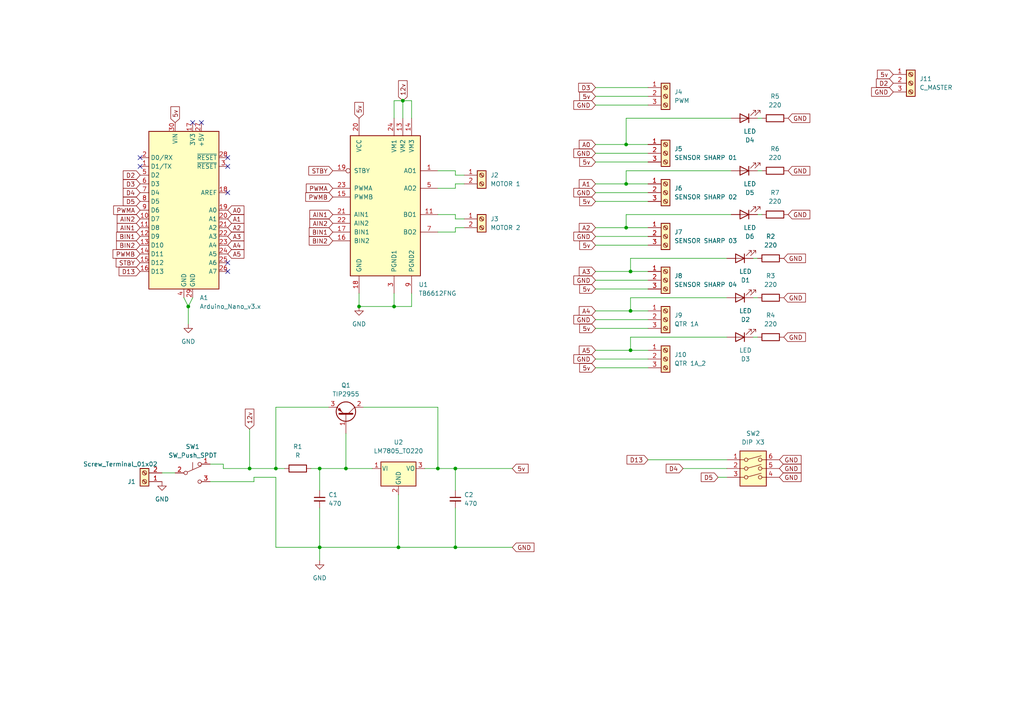
<source format=kicad_sch>
(kicad_sch (version 20211123) (generator eeschema)
  (paper "A4")
  (title_block (title "ROBOT MINI SUMO") (date "2022-08-10") (rev "Ing. Christian Tayupanta"))
  (lib_symbols
    (symbol "Connector:Screw_Terminal_01x02" (pin_names (offset 1.016) hide)
      (property "Reference" "J" (at 0 2.54 0))
      (property "Value" "Screw_Terminal_01x02" (at 0 -5.08 0))
      (symbol "Screw_Terminal_01x02_1_1"
        (rectangle (start -1.27 1.27) (end 1.27 -3.81) (stroke (width 0.254)) (fill (type background)))
        (circle (center 0 -2.54) (radius 0.635) (stroke (width 0.1524)))
        (polyline (pts (xy -0.5334 -2.2098) (xy 0.3302 -3.048)) (stroke (width 0.1524)))
        (polyline (pts (xy -0.5334 0.3302) (xy 0.3302 -0.508)) (stroke (width 0.1524)))
        (polyline (pts (xy -0.3556 -2.032) (xy 0.508 -2.8702)) (stroke (width 0.1524)))
        (polyline (pts (xy -0.3556 0.508) (xy 0.508 -0.3302)) (stroke (width 0.1524)))
        (circle (center 0 0) (radius 0.635) (stroke (width 0.1524)))
        (pin passive line (at -5.08 0 0) (length 3.81) (name "Pin_1") (number "1"))
        (pin passive line (at -5.08 -2.54 0) (length 3.81) (name "Pin_2") (number "2"))
      )
    )
    (symbol "Connector:Screw_Terminal_01x03" (pin_names (offset 1.016) hide)
      (property "Reference" "J" (at 0 5.08 0))
      (property "Value" "Screw_Terminal_01x03" (at 0 -5.08 0))
      (symbol "Screw_Terminal_01x03_1_1"
        (rectangle (start -1.27 3.81) (end 1.27 -3.81) (stroke (width 0.254)) (fill (type background)))
        (circle (center 0 -2.54) (radius 0.635) (stroke (width 0.1524)))
        (polyline (pts (xy -0.5334 -2.2098) (xy 0.3302 -3.048)) (stroke (width 0.1524)))
        (polyline (pts (xy -0.5334 0.3302) (xy 0.3302 -0.508)) (stroke (width 0.1524)))
        (polyline (pts (xy -0.5334 2.8702) (xy 0.3302 2.032)) (stroke (width 0.1524)))
        (polyline (pts (xy -0.3556 -2.032) (xy 0.508 -2.8702)) (stroke (width 0.1524)))
        (polyline (pts (xy -0.3556 0.508) (xy 0.508 -0.3302)) (stroke (width 0.1524)))
        (polyline (pts (xy -0.3556 3.048) (xy 0.508 2.2098)) (stroke (width 0.1524)))
        (circle (center 0 0) (radius 0.635) (stroke (width 0.1524)))
        (circle (center 0 2.54) (radius 0.635) (stroke (width 0.1524)))
        (pin passive line (at -5.08 2.54 0) (length 3.81) (name "Pin_1") (number "1"))
        (pin passive line (at -5.08 0 0) (length 3.81) (name "Pin_2") (number "2"))
        (pin passive line (at -5.08 -2.54 0) (length 3.81) (name "Pin_3") (number "3"))
      )
    )
    (symbol "Device:C_Small" (pin_numbers hide) (pin_names (offset 0.254) hide)
      (property "Reference" "C" (at 0.254 1.778 0))
      (property "Value" "C_Small" (at 0.254 -2.032 0))
      (symbol "C_Small_0_1"
        (polyline (pts (xy -1.524 -0.508) (xy 1.524 -0.508)) (stroke (width 0.3302)))
        (polyline (pts (xy -1.524 0.508) (xy 1.524 0.508)) (stroke (width 0.3048)))
      )
      (symbol "C_Small_1_1"
        (pin passive line (at 0 2.54 270) (length 2.032) (name "~") (number "1"))
        (pin passive line (at 0 -2.54 90) (length 2.032) (name "~") (number "2"))
      )
    )
    (symbol "Device:LED" (pin_numbers hide) (pin_names (offset 1.016) hide)
      (property "Reference" "D" (at 0 2.54 0))
      (property "Value" "LED" (at 0 -2.54 0))
      (symbol "LED_0_1"
        (polyline (pts (xy -1.27 -1.27) (xy -1.27 1.27)) (stroke (width 0.254)))
        (polyline (pts (xy -1.27 0) (xy 1.27 0)))
        (polyline (pts (xy 1.27 -1.27) (xy 1.27 1.27) (xy -1.27 0) (xy 1.27 -1.27)) (stroke (width 0.254)))
        (polyline (pts (xy -3.048 -0.762) (xy -4.572 -2.286) (xy -3.81 -2.286) (xy -4.572 -2.286) (xy -4.572 -1.524)))
        (polyline (pts (xy -1.778 -0.762) (xy -3.302 -2.286) (xy -2.54 -2.286) (xy -3.302 -2.286) (xy -3.302 -1.524)))
      )
      (symbol "LED_1_1"
        (pin passive line (at -3.81 0 0) (length 2.54) (name "K") (number "1"))
        (pin passive line (at 3.81 0 180) (length 2.54) (name "A") (number "2"))
      )
    )
    (symbol "Device:R" (pin_numbers hide) (pin_names (offset 0))
      (property "Reference" "R" (at 2.032 0 90))
      (property "Value" "R" (at 0 0 90))
      (symbol "R_0_1"
        (rectangle (start -1.016 -2.54) (end 1.016 2.54) (stroke (width 0.254)))
      )
      (symbol "R_1_1"
        (pin passive line (at 0 3.81 270) (length 1.27) (name "~") (number "1"))
        (pin passive line (at 0 -3.81 90) (length 1.27) (name "~") (number "2"))
      )
    )
    (symbol "Driver_Motor:TB6612FNG" (pin_names (offset 1.016))
      (property "Reference" "U" (at 11.43 17.78 0))
      (property "Value" "TB6612FNG" (at 11.43 15.24 0))
      (symbol "TB6612FNG_0_1"
        (rectangle (start -10.16 20.32) (end 10.16 -20.32) (stroke (width 0.254)) (fill (type background)))
      )
      (symbol "TB6612FNG_1_1"
        (pin output line (at 15.24 10.16 180) (length 5.08) (name "AO1") (number "1"))
        (pin passive line (at 7.62 -25.4 90) (length 5.08) hide (name "PGND2") (number "10"))
        (pin output line (at 15.24 -2.54 180) (length 5.08) (name "BO1") (number "11"))
        (pin passive line (at 15.24 -2.54 180) (length 5.08) hide (name "BO1") (number "12"))
        (pin power_in line (at 5.08 25.4 270) (length 5.08) (name "VM2") (number "13"))
        (pin power_in line (at 7.62 25.4 270) (length 5.08) (name "VM3") (number "14"))
        (pin input line (at -15.24 2.54 0) (length 5.08) (name "PWMB") (number "15"))
        (pin input line (at -15.24 -10.16 0) (length 5.08) (name "BIN2") (number "16"))
        (pin input line (at -15.24 -7.62 0) (length 5.08) (name "BIN1") (number "17"))
        (pin power_in line (at -7.62 -25.4 90) (length 5.08) (name "GND") (number "18"))
        (pin input inverted (at -15.24 10.16 0) (length 5.08) (name "STBY") (number "19"))
        (pin passive line (at 15.24 10.16 180) (length 5.08) hide (name "AO1") (number "2"))
        (pin power_in line (at -7.62 25.4 270) (length 5.08) (name "VCC") (number "20"))
        (pin input line (at -15.24 -2.54 0) (length 5.08) (name "AIN1") (number "21"))
        (pin input line (at -15.24 -5.08 0) (length 5.08) (name "AIN2") (number "22"))
        (pin input line (at -15.24 5.08 0) (length 5.08) (name "PWMA") (number "23"))
        (pin power_in line (at 2.54 25.4 270) (length 5.08) (name "VM1") (number "24"))
        (pin power_in line (at 2.54 -25.4 90) (length 5.08) (name "PGND1") (number "3"))
        (pin passive line (at 2.54 -25.4 90) (length 5.08) hide (name "PGND1") (number "4"))
        (pin output line (at 15.24 5.08 180) (length 5.08) (name "AO2") (number "5"))
        (pin passive line (at 15.24 5.08 180) (length 5.08) hide (name "AO2") (number "6"))
        (pin output line (at 15.24 -7.62 180) (length 5.08) (name "BO2") (number "7"))
        (pin passive line (at 15.24 -7.62 180) (length 5.08) hide (name "BO2") (number "8"))
        (pin power_in line (at 7.62 -25.4 90) (length 5.08) (name "PGND2") (number "9"))
      )
    )
    (symbol "MCU_Module:Arduino_Nano_v3.x"
      (property "Reference" "A" (at -10.16 23.495 0))
      (property "Value" "Arduino_Nano_v3.x" (at 5.08 -24.13 0))
      (symbol "Arduino_Nano_v3.x_0_1"
        (rectangle (start -10.16 22.86) (end 10.16 -22.86) (stroke (width 0.254)) (fill (type background)))
      )
      (symbol "Arduino_Nano_v3.x_1_1"
        (pin bidirectional line (at -12.7 12.7 0) (length 2.54) (name "D1/TX") (number "1"))
        (pin bidirectional line (at -12.7 -2.54 0) (length 2.54) (name "D7") (number "10"))
        (pin bidirectional line (at -12.7 -5.08 0) (length 2.54) (name "D8") (number "11"))
        (pin bidirectional line (at -12.7 -7.62 0) (length 2.54) (name "D9") (number "12"))
        (pin bidirectional line (at -12.7 -10.16 0) (length 2.54) (name "D10") (number "13"))
        (pin bidirectional line (at -12.7 -12.7 0) (length 2.54) (name "D11") (number "14"))
        (pin bidirectional line (at -12.7 -15.24 0) (length 2.54) (name "D12") (number "15"))
        (pin bidirectional line (at -12.7 -17.78 0) (length 2.54) (name "D13") (number "16"))
        (pin power_out line (at 2.54 25.4 270) (length 2.54) (name "3V3") (number "17"))
        (pin input line (at 12.7 5.08 180) (length 2.54) (name "AREF") (number "18"))
        (pin bidirectional line (at 12.7 0 180) (length 2.54) (name "A0") (number "19"))
        (pin bidirectional line (at -12.7 15.24 0) (length 2.54) (name "D0/RX") (number "2"))
        (pin bidirectional line (at 12.7 -2.54 180) (length 2.54) (name "A1") (number "20"))
        (pin bidirectional line (at 12.7 -5.08 180) (length 2.54) (name "A2") (number "21"))
        (pin bidirectional line (at 12.7 -7.62 180) (length 2.54) (name "A3") (number "22"))
        (pin bidirectional line (at 12.7 -10.16 180) (length 2.54) (name "A4") (number "23"))
        (pin bidirectional line (at 12.7 -12.7 180) (length 2.54) (name "A5") (number "24"))
        (pin bidirectional line (at 12.7 -15.24 180) (length 2.54) (name "A6") (number "25"))
        (pin bidirectional line (at 12.7 -17.78 180) (length 2.54) (name "A7") (number "26"))
        (pin power_out line (at 5.08 25.4 270) (length 2.54) (name "+5V") (number "27"))
        (pin input line (at 12.7 15.24 180) (length 2.54) (name "~{RESET}") (number "28"))
        (pin power_in line (at 2.54 -25.4 90) (length 2.54) (name "GND") (number "29"))
        (pin input line (at 12.7 12.7 180) (length 2.54) (name "~{RESET}") (number "3"))
        (pin power_in line (at -2.54 25.4 270) (length 2.54) (name "VIN") (number "30"))
        (pin power_in line (at 0 -25.4 90) (length 2.54) (name "GND") (number "4"))
        (pin bidirectional line (at -12.7 10.16 0) (length 2.54) (name "D2") (number "5"))
        (pin bidirectional line (at -12.7 7.62 0) (length 2.54) (name "D3") (number "6"))
        (pin bidirectional line (at -12.7 5.08 0) (length 2.54) (name "D4") (number "7"))
        (pin bidirectional line (at -12.7 2.54 0) (length 2.54) (name "D5") (number "8"))
        (pin bidirectional line (at -12.7 0 0) (length 2.54) (name "D6") (number "9"))
      )
    )
    (symbol "Regulator_Linear:LM7805_TO220" (pin_names (offset 0.254))
      (property "Reference" "U" (at -3.81 3.175 0))
      (property "Value" "LM7805_TO220" (at 0 3.175 0))
      (symbol "LM7805_TO220_0_1"
        (rectangle (start -5.08 1.905) (end 5.08 -5.08) (stroke (width 0.254)) (fill (type background)))
      )
      (symbol "LM7805_TO220_1_1"
        (pin power_in line (at -7.62 0 0) (length 2.54) (name "VI") (number "1"))
        (pin power_in line (at 0 -7.62 90) (length 2.54) (name "GND") (number "2"))
        (pin power_out line (at 7.62 0 180) (length 2.54) (name "VO") (number "3"))
      )
    )
    (symbol "Switch:SW_DIP_x03" (pin_names (offset 0) hide)
      (property "Reference" "SW" (at 0 8.89 0))
      (property "Value" "SW_DIP_x03" (at 0 -3.81 0))
      (symbol "SW_DIP_x03_0_0"
        (circle (center -2.032 0) (radius 0.508))
        (circle (center -2.032 2.54) (radius 0.508))
        (circle (center -2.032 5.08) (radius 0.508))
        (polyline (pts (xy -1.524 0.127) (xy 2.3622 1.1684)))
        (polyline (pts (xy -1.524 2.667) (xy 2.3622 3.7084)))
        (polyline (pts (xy -1.524 5.207) (xy 2.3622 6.2484)))
        (circle (center 2.032 0) (radius 0.508))
        (circle (center 2.032 2.54) (radius 0.508))
        (circle (center 2.032 5.08) (radius 0.508))
      )
      (symbol "SW_DIP_x03_0_1"
        (rectangle (start -3.81 7.62) (end 3.81 -2.54) (stroke (width 0.254)) (fill (type background)))
      )
      (symbol "SW_DIP_x03_1_1"
        (pin passive line (at -7.62 5.08 0) (length 5.08) (name "~") (number "1"))
        (pin passive line (at -7.62 2.54 0) (length 5.08) (name "~") (number "2"))
        (pin passive line (at -7.62 0 0) (length 5.08) (name "~") (number "3"))
        (pin passive line (at 7.62 0 180) (length 5.08) (name "~") (number "4"))
        (pin passive line (at 7.62 2.54 180) (length 5.08) (name "~") (number "5"))
        (pin passive line (at 7.62 5.08 180) (length 5.08) (name "~") (number "6"))
      )
    )
    (symbol "Switch:SW_Push_SPDT" (pin_names (offset 0) hide)
      (property "Reference" "SW" (at 0 4.318 0))
      (property "Value" "SW_Push_SPDT" (at 0 -5.08 0))
      (symbol "SW_Push_SPDT_0_0"
        (circle (center -2.032 0) (radius 0.508))
        (polyline (pts (xy 0 1.016) (xy 0 3.048)))
        (circle (center 2.032 -2.54) (radius 0.508))
      )
      (symbol "SW_Push_SPDT_0_1"
        (polyline (pts (xy -1.524 0.254) (xy 2.54 2.032)))
        (circle (center 2.032 2.54) (radius 0.508))
      )
      (symbol "SW_Push_SPDT_1_1"
        (pin passive line (at 5.08 2.54 180) (length 2.54) (name "A") (number "1"))
        (pin passive line (at -5.08 0 0) (length 2.54) (name "B") (number "2"))
        (pin passive line (at 5.08 -2.54 180) (length 2.54) (name "C") (number "3"))
      )
    )
    (symbol "Transistor_BJT:TIP2955" (pin_names (offset 0) hide)
      (property "Reference" "Q" (at 5.08 1.905 0))
      (property "Value" "TIP2955" (at 5.08 0 0))
      (symbol "TIP2955_0_1"
        (polyline (pts (xy 0.635 0.635) (xy 2.54 2.54)))
        (polyline (pts (xy 0.635 -0.635) (xy 2.54 -2.54) (xy 2.54 -2.54)))
        (polyline (pts (xy 0.635 1.905) (xy 0.635 -1.905) (xy 0.635 -1.905)) (stroke (width 0.508)))
        (polyline (pts (xy 2.286 -1.778) (xy 1.778 -2.286) (xy 1.27 -1.27) (xy 2.286 -1.778) (xy 2.286 -1.778)) (fill (type outline)))
        (circle (center 1.27 0) (radius 2.8194) (stroke (width 0.254)))
      )
      (symbol "TIP2955_1_1"
        (pin input line (at -5.08 0 0) (length 5.715) (name "B") (number "1"))
        (pin passive line (at 2.54 5.08 270) (length 2.54) (name "C") (number "2"))
        (pin passive line (at 2.54 -5.08 90) (length 2.54) (name "E") (number "3"))
      )
    )
    (symbol "power:GND" (power) (pin_names (offset 0))
      (property "Value" "GND" (at 0 -3.81 0))
      (symbol "GND_0_1"
        (polyline (pts (xy 0 0) (xy 0 -1.27) (xy 1.27 -1.27) (xy 0 -2.54) (xy -1.27 -1.27) (xy 0 -1.27)))
      )
      (symbol "GND_1_1"
        (pin power_in line (at 0 0 270) (length 0) hide (name "GND") (number "1"))
      )
    )
  )
  (junction (at 182.88 90.17))
  (junction (at 181.61 66.04))
  (junction (at 92.71 158.75))
  (junction (at 116.84 29.21))
  (junction (at 115.57 158.75))
  (junction (at 181.61 53.34))
  (junction (at 182.88 101.6))
  (junction (at 114.3 88.9))
  (junction (at 92.71 135.89))
  (junction (at 54.61 88.9))
  (junction (at 127 135.89))
  (junction (at 132.08 135.89))
  (junction (at 104.14 88.9))
  (junction (at 132.08 158.75))
  (junction (at 181.61 41.91))
  (junction (at 72.39 135.89))
  (junction (at 80.01 135.89))
  (junction (at 100.33 135.89))
  (junction (at 182.88 78.74))
  (no_connect (at 66.04 78.74))
  (no_connect (at 66.04 76.2))
  (no_connect (at 40.64 48.26))
  (no_connect (at 40.64 45.72))
  (no_connect (at 66.04 55.88))
  (no_connect (at 66.04 48.26))
  (no_connect (at 66.04 45.72))
  (no_connect (at 58.42 35.56))
  (no_connect (at 55.88 35.56))
  (wire (pts (xy 119.38 34.29) (xy 119.38 29.21)))
  (wire (pts (xy 134.62 63.5) (xy 132.08 63.5)))
  (wire (pts (xy 172.72 44.45) (xy 187.96 44.45)))
  (wire (pts (xy 127 135.89) (xy 123.19 135.89)))
  (wire (pts (xy 181.61 41.91) (xy 187.96 41.91)))
  (wire (pts (xy 132.08 62.23) (xy 127 62.23)))
  (wire (pts (xy 72.39 135.89) (xy 80.01 135.89)))
  (wire (pts (xy 181.61 53.34) (xy 187.96 53.34)))
  (wire (pts (xy 114.3 85.09) (xy 114.3 88.9)))
  (wire (pts (xy 73.66 138.43) (xy 80.01 138.43)))
  (wire (pts (xy 208.28 138.43) (xy 210.82 138.43)))
  (wire (pts (xy 172.72 41.91) (xy 181.61 41.91)))
  (wire (pts (xy 134.62 50.8) (xy 132.08 50.8)))
  (wire (pts (xy 182.88 74.93) (xy 182.88 78.74)))
  (wire (pts (xy 132.08 135.89) (xy 127 135.89)))
  (wire (pts (xy 92.71 158.75) (xy 92.71 162.56)))
  (wire (pts (xy 181.61 62.23) (xy 212.09 62.23)))
  (wire (pts (xy 181.61 62.23) (xy 181.61 66.04)))
  (wire (pts (xy 100.33 135.89) (xy 107.95 135.89)))
  (wire (pts (xy 172.72 30.48) (xy 187.96 30.48)))
  (wire (pts (xy 172.72 58.42) (xy 187.96 58.42)))
  (wire (pts (xy 132.08 147.32) (xy 132.08 158.75)))
  (wire (pts (xy 53.34 86.36) (xy 54.61 88.9)))
  (wire (pts (xy 220.98 49.53) (xy 219.71 49.53)))
  (wire (pts (xy 172.72 81.28) (xy 187.96 81.28)))
  (wire (pts (xy 181.61 34.29) (xy 181.61 41.91)))
  (wire (pts (xy 172.72 90.17) (xy 182.88 90.17)))
  (wire (pts (xy 60.96 139.7) (xy 73.66 139.7)))
  (wire (pts (xy 181.61 49.53) (xy 181.61 53.34)))
  (wire (pts (xy 132.08 54.61) (xy 127 54.61)))
  (wire (pts (xy 54.61 88.9) (xy 54.61 93.98)))
  (wire (pts (xy 172.72 25.4) (xy 187.96 25.4)))
  (wire (pts (xy 172.72 78.74) (xy 182.88 78.74)))
  (wire (pts (xy 132.08 142.24) (xy 132.08 135.89)))
  (wire (pts (xy 198.12 135.89) (xy 210.82 135.89)))
  (wire (pts (xy 172.72 106.68) (xy 187.96 106.68)))
  (wire (pts (xy 115.57 143.51) (xy 115.57 158.75)))
  (wire (pts (xy 220.98 34.29) (xy 219.71 34.29)))
  (wire (pts (xy 172.72 53.34) (xy 181.61 53.34)))
  (wire (pts (xy 172.72 55.88) (xy 187.96 55.88)))
  (wire (pts (xy 212.09 49.53) (xy 181.61 49.53)))
  (wire (pts (xy 172.72 46.99) (xy 187.96 46.99)))
  (wire (pts (xy 104.14 88.9) (xy 104.14 85.09)))
  (wire (pts (xy 72.39 124.46) (xy 72.39 135.89)))
  (wire (pts (xy 181.61 66.04) (xy 187.96 66.04)))
  (wire (pts (xy 182.88 97.79) (xy 182.88 101.6)))
  (wire (pts (xy 119.38 85.09) (xy 119.38 88.9)))
  (wire (pts (xy 119.38 88.9) (xy 114.3 88.9)))
  (wire (pts (xy 132.08 158.75) (xy 148.59 158.75)))
  (wire (pts (xy 182.88 78.74) (xy 187.96 78.74)))
  (wire (pts (xy 80.01 135.89) (xy 82.55 135.89)))
  (wire (pts (xy 172.72 101.6) (xy 182.88 101.6)))
  (wire (pts (xy 187.96 133.35) (xy 210.82 133.35)))
  (wire (pts (xy 54.61 88.9) (xy 55.88 86.36)))
  (wire (pts (xy 182.88 86.36) (xy 182.88 90.17)))
  (wire (pts (xy 172.72 71.12) (xy 187.96 71.12)))
  (wire (pts (xy 105.41 118.11) (xy 127 118.11)))
  (wire (pts (xy 80.01 118.11) (xy 80.01 135.89)))
  (wire (pts (xy 172.72 83.82) (xy 187.96 83.82)))
  (wire (pts (xy 90.17 135.89) (xy 92.71 135.89)))
  (wire (pts (xy 182.88 97.79) (xy 210.82 97.79)))
  (wire (pts (xy 64.77 135.89) (xy 72.39 135.89)))
  (wire (pts (xy 219.71 86.36) (xy 218.44 86.36)))
  (wire (pts (xy 220.98 62.23) (xy 219.71 62.23)))
  (wire (pts (xy 60.96 134.62) (xy 64.77 134.62)))
  (wire (pts (xy 92.71 135.89) (xy 100.33 135.89)))
  (wire (pts (xy 80.01 138.43) (xy 80.01 158.75)))
  (wire (pts (xy 46.99 137.16) (xy 50.8 137.16)))
  (wire (pts (xy 100.33 125.73) (xy 100.33 135.89)))
  (wire (pts (xy 132.08 66.04) (xy 132.08 67.31)))
  (wire (pts (xy 132.08 50.8) (xy 132.08 49.53)))
  (wire (pts (xy 172.72 95.25) (xy 187.96 95.25)))
  (wire (pts (xy 134.62 53.34) (xy 132.08 53.34)))
  (wire (pts (xy 114.3 29.21) (xy 114.3 34.29)))
  (wire (pts (xy 182.88 90.17) (xy 187.96 90.17)))
  (wire (pts (xy 172.72 66.04) (xy 181.61 66.04)))
  (wire (pts (xy 132.08 53.34) (xy 132.08 54.61)))
  (wire (pts (xy 132.08 67.31) (xy 127 67.31)))
  (wire (pts (xy 92.71 158.75) (xy 115.57 158.75)))
  (wire (pts (xy 127 118.11) (xy 127 135.89)))
  (wire (pts (xy 116.84 29.21) (xy 116.84 34.29)))
  (wire (pts (xy 132.08 135.89) (xy 148.59 135.89)))
  (wire (pts (xy 181.61 34.29) (xy 212.09 34.29)))
  (wire (pts (xy 64.77 134.62) (xy 64.77 135.89)))
  (wire (pts (xy 114.3 88.9) (xy 104.14 88.9)))
  (wire (pts (xy 92.71 158.75) (xy 92.71 147.32)))
  (wire (pts (xy 134.62 66.04) (xy 132.08 66.04)))
  (wire (pts (xy 132.08 158.75) (xy 115.57 158.75)))
  (wire (pts (xy 219.71 97.79) (xy 218.44 97.79)))
  (wire (pts (xy 172.72 27.94) (xy 187.96 27.94)))
  (wire (pts (xy 116.84 29.21) (xy 119.38 29.21)))
  (wire (pts (xy 132.08 63.5) (xy 132.08 62.23)))
  (wire (pts (xy 172.72 68.58) (xy 187.96 68.58)))
  (wire (pts (xy 172.72 104.14) (xy 187.96 104.14)))
  (wire (pts (xy 95.25 118.11) (xy 80.01 118.11)))
  (wire (pts (xy 132.08 49.53) (xy 127 49.53)))
  (wire (pts (xy 92.71 142.24) (xy 92.71 135.89)))
  (wire (pts (xy 182.88 101.6) (xy 187.96 101.6)))
  (wire (pts (xy 219.71 74.93) (xy 218.44 74.93)))
  (wire (pts (xy 73.66 139.7) (xy 73.66 138.43)))
  (wire (pts (xy 172.72 92.71) (xy 187.96 92.71)))
  (wire (pts (xy 182.88 74.93) (xy 210.82 74.93)))
  (wire (pts (xy 182.88 86.36) (xy 210.82 86.36)))
  (wire (pts (xy 114.3 29.21) (xy 116.84 29.21)))
  (wire (pts (xy 80.01 158.75) (xy 92.71 158.75)))
  (global_label "D3" (shape input) (at 40.64 53.34 180) (property "Intersheet References" "${INTERSHEET_REFS}" (effects hide)))
  (global_label "5v" (shape input) (at 172.72 95.25 180) (property "Intersheet References" "${INTERSHEET_REFS}" (effects hide)))
  (global_label "A4" (shape input) (at 172.72 90.17 180) (property "Intersheet References" "${INTERSHEET_REFS}" (effects hide)))
  (global_label "GND" (shape input) (at 227.33 86.36 0) (property "Intersheet References" "${INTERSHEET_REFS}" (effects hide)))
  (global_label "12v" (shape input) (at 72.39 124.46 90) (property "Intersheet References" "${INTERSHEET_REFS}" (effects hide)))
  (global_label "STBY" (shape input) (at 40.64 76.2 180) (property "Intersheet References" "${INTERSHEET_REFS}" (effects hide)))
  (global_label "GND" (shape input) (at 228.6 62.23 0) (property "Intersheet References" "${INTERSHEET_REFS}" (effects hide)))
  (global_label "GND" (shape input) (at 172.72 68.58 180) (property "Intersheet References" "${INTERSHEET_REFS}" (effects hide)))
  (global_label "GND" (shape input) (at 172.72 81.28 180) (property "Intersheet References" "${INTERSHEET_REFS}" (effects hide)))
  (global_label "A3" (shape input) (at 66.04 68.58 0) (property "Intersheet References" "${INTERSHEET_REFS}" (effects hide)))
  (global_label "A2" (shape input) (at 66.04 66.04 0) (property "Intersheet References" "${INTERSHEET_REFS}" (effects hide)))
  (global_label "GND" (shape input) (at 172.72 92.71 180) (property "Intersheet References" "${INTERSHEET_REFS}" (effects hide)))
  (global_label "D13" (shape input) (at 187.96 133.35 180) (property "Intersheet References" "${INTERSHEET_REFS}" (effects hide)))
  (global_label "GND" (shape input) (at 227.33 74.93 0) (property "Intersheet References" "${INTERSHEET_REFS}" (effects hide)))
  (global_label "5v" (shape input) (at 172.72 106.68 180) (property "Intersheet References" "${INTERSHEET_REFS}" (effects hide)))
  (global_label "D2" (shape input) (at 259.08 24.13 180) (property "Intersheet References" "${INTERSHEET_REFS}" (effects hide)))
  (global_label "BIN1" (shape input) (at 40.64 68.58 180) (property "Intersheet References" "${INTERSHEET_REFS}" (effects hide)))
  (global_label "BIN2" (shape input) (at 40.64 71.12 180) (property "Intersheet References" "${INTERSHEET_REFS}" (effects hide)))
  (global_label "D5" (shape input) (at 40.64 58.42 180) (property "Intersheet References" "${INTERSHEET_REFS}" (effects hide)))
  (global_label "STBY" (shape input) (at 96.52 49.53 180) (property "Intersheet References" "${INTERSHEET_REFS}" (effects hide)))
  (global_label "D3" (shape input) (at 172.72 25.4 180) (property "Intersheet References" "${INTERSHEET_REFS}" (effects hide)))
  (global_label "GND" (shape input) (at 172.72 104.14 180) (property "Intersheet References" "${INTERSHEET_REFS}" (effects hide)))
  (global_label "GND" (shape input) (at 227.33 97.79 0) (property "Intersheet References" "${INTERSHEET_REFS}" (effects hide)))
  (global_label "GND" (shape input) (at 148.59 158.75 0) (property "Intersheet References" "${INTERSHEET_REFS}" (effects hide)))
  (global_label "D5" (shape input) (at 208.28 138.43 180) (property "Intersheet References" "${INTERSHEET_REFS}" (effects hide)))
  (global_label "A0" (shape input) (at 66.04 60.96 0) (property "Intersheet References" "${INTERSHEET_REFS}" (effects hide)))
  (global_label "5v" (shape input) (at 104.14 34.29 90) (property "Intersheet References" "${INTERSHEET_REFS}" (effects hide)))
  (global_label "PWMB" (shape input) (at 40.64 73.66 180) (property "Intersheet References" "${INTERSHEET_REFS}" (effects hide)))
  (global_label "GND" (shape input) (at 172.72 55.88 180) (property "Intersheet References" "${INTERSHEET_REFS}" (effects hide)))
  (global_label "5v" (shape input) (at 259.08 21.59 180) (property "Intersheet References" "${INTERSHEET_REFS}" (effects hide)))
  (global_label "D13" (shape input) (at 40.64 78.74 180) (property "Intersheet References" "${INTERSHEET_REFS}" (effects hide)))
  (global_label "A0" (shape input) (at 172.72 41.91 180) (property "Intersheet References" "${INTERSHEET_REFS}" (effects hide)))
  (global_label "A2" (shape input) (at 172.72 66.04 180) (property "Intersheet References" "${INTERSHEET_REFS}" (effects hide)))
  (global_label "AIN1" (shape input) (at 96.52 62.23 180) (property "Intersheet References" "${INTERSHEET_REFS}" (effects hide)))
  (global_label "GND" (shape input) (at 172.72 44.45 180) (property "Intersheet References" "${INTERSHEET_REFS}" (effects hide)))
  (global_label "AIN1" (shape input) (at 40.64 66.04 180) (property "Intersheet References" "${INTERSHEET_REFS}" (effects hide)))
  (global_label "5v" (shape input) (at 50.8 35.56 90) (property "Intersheet References" "${INTERSHEET_REFS}" (effects hide)))
  (global_label "A3" (shape input) (at 172.72 78.74 180) (property "Intersheet References" "${INTERSHEET_REFS}" (effects hide)))
  (global_label "BIN1" (shape input) (at 96.52 67.31 180) (property "Intersheet References" "${INTERSHEET_REFS}" (effects hide)))
  (global_label "PWMB" (shape input) (at 96.52 57.15 180) (property "Intersheet References" "${INTERSHEET_REFS}" (effects hide)))
  (global_label "D4" (shape input) (at 198.12 135.89 180) (property "Intersheet References" "${INTERSHEET_REFS}" (effects hide)))
  (global_label "D2" (shape input) (at 40.64 50.8 180) (property "Intersheet References" "${INTERSHEET_REFS}" (effects hide)))
  (global_label "GND" (shape input) (at 226.06 133.35 0) (property "Intersheet References" "${INTERSHEET_REFS}" (effects hide)))
  (global_label "5v" (shape input) (at 172.72 71.12 180) (property "Intersheet References" "${INTERSHEET_REFS}" (effects hide)))
  (global_label "PWMA" (shape input) (at 96.52 54.61 180) (property "Intersheet References" "${INTERSHEET_REFS}" (effects hide)))
  (global_label "PWMA" (shape input) (at 40.64 60.96 180) (property "Intersheet References" "${INTERSHEET_REFS}" (effects hide)))
  (global_label "5v" (shape input) (at 172.72 83.82 180) (property "Intersheet References" "${INTERSHEET_REFS}" (effects hide)))
  (global_label "AIN2" (shape input) (at 96.52 64.77 180) (property "Intersheet References" "${INTERSHEET_REFS}" (effects hide)))
  (global_label "A5" (shape input) (at 66.04 73.66 0) (property "Intersheet References" "${INTERSHEET_REFS}" (effects hide)))
  (global_label "5v" (shape input) (at 148.59 135.89 0) (property "Intersheet References" "${INTERSHEET_REFS}" (effects hide)))
  (global_label "GND" (shape input) (at 228.6 34.29 0) (property "Intersheet References" "${INTERSHEET_REFS}" (effects hide)))
  (global_label "A4" (shape input) (at 66.04 71.12 0) (property "Intersheet References" "${INTERSHEET_REFS}" (effects hide)))
  (global_label "5v" (shape input) (at 172.72 27.94 180) (property "Intersheet References" "${INTERSHEET_REFS}" (effects hide)))
  (global_label "5v" (shape input) (at 172.72 58.42 180) (property "Intersheet References" "${INTERSHEET_REFS}" (effects hide)))
  (global_label "GND" (shape input) (at 228.6 49.53 0) (property "Intersheet References" "${INTERSHEET_REFS}" (effects hide)))
  (global_label "A1" (shape input) (at 172.72 53.34 180) (property "Intersheet References" "${INTERSHEET_REFS}" (effects hide)))
  (global_label "A5" (shape input) (at 172.72 101.6 180) (property "Intersheet References" "${INTERSHEET_REFS}" (effects hide)))
  (global_label "GND" (shape input) (at 226.06 138.43 0) (property "Intersheet References" "${INTERSHEET_REFS}" (effects hide)))
  (global_label "12v" (shape input) (at 116.84 29.21 90) (property "Intersheet References" "${INTERSHEET_REFS}" (effects hide)))
  (global_label "GND" (shape input) (at 172.72 30.48 180) (property "Intersheet References" "${INTERSHEET_REFS}" (effects hide)))
  (global_label "D4" (shape input) (at 40.64 55.88 180) (property "Intersheet References" "${INTERSHEET_REFS}" (effects hide)))
  (global_label "5v" (shape input) (at 172.72 46.99 180) (property "Intersheet References" "${INTERSHEET_REFS}" (effects hide)))
  (global_label "GND" (shape input) (at 226.06 135.89 0) (property "Intersheet References" "${INTERSHEET_REFS}" (effects hide)))
  (global_label "BIN2" (shape input) (at 96.52 69.85 180) (property "Intersheet References" "${INTERSHEET_REFS}" (effects hide)))
  (global_label "A1" (shape input) (at 66.04 63.5 0) (property "Intersheet References" "${INTERSHEET_REFS}" (effects hide)))
  (global_label "GND" (shape input) (at 259.08 26.67 180) (property "Intersheet References" "${INTERSHEET_REFS}" (effects hide)))
  (global_label "AIN2" (shape input) (at 40.64 63.5 180) (property "Intersheet References" "${INTERSHEET_REFS}" (effects hide)))
  (symbol (lib_id "Device:LED") (at 214.63 74.93 180) (unit 1)
    (property "Reference" "D1" (at 216.2175 81.28 0))
    (property "Value" "LED" (at 216.2175 78.74 0))
    (property "Footprint" "LED_SMD:LED_0603_1608Metric" (effects hide))
  )
  (symbol (lib_id "Connector:Screw_Terminal_01x03") (at 193.04 92.71 0) (unit 1)
    (property "Reference" "J9" (at 195.58 91.4399 0) (effects (justify left)))
    (property "Value" "QTR 1A" (at 195.58 93.9799 0) (effects (justify left)))
    (property "Footprint" "Connector_PinSocket_2.54mm:PinSocket_1x03_P2.54mm_Vertical" (effects hide))
  )
  (symbol (lib_id "Device:LED") (at 214.63 97.79 180) (unit 1)
    (property "Reference" "D3" (at 216.2175 104.14 0))
    (property "Value" "LED" (at 216.2175 101.6 0))
    (property "Footprint" "LED_SMD:LED_0603_1608Metric" (effects hide))
  )
  (symbol (lib_id "Connector:Screw_Terminal_01x02") (at 139.7 50.8 0) (unit 1)
    (property "Reference" "J2" (at 142.24 50.7999 0) (effects (justify left)))
    (property "Value" "MOTOR 1" (at 142.24 53.3399 0) (effects (justify left)))
    (property "Footprint" "TerminalBlock:TerminalBlock_bornier-2_P5.08mm" (effects hide))
  )
  (symbol (lib_id "Connector:Screw_Terminal_01x03") (at 193.04 55.88 0) (unit 1)
    (property "Reference" "J6" (at 195.58 54.6099 0) (effects (justify left)))
    (property "Value" "SENSOR SHARP 02" (at 195.58 57.1499 0) (effects (justify left)))
    (property "Footprint" "Connector_PinSocket_2.54mm:PinSocket_1x03_P2.54mm_Vertical" (effects hide))
  )
  (symbol (lib_id "Connector:Screw_Terminal_01x03") (at 193.04 104.14 0) (unit 1)
    (property "Reference" "J10" (at 195.58 102.8699 0) (effects (justify left)))
    (property "Value" "QTR 1A_2" (at 195.58 105.4099 0) (effects (justify left)))
    (property "Footprint" "Connector_PinSocket_2.54mm:PinSocket_1x03_P2.54mm_Vertical" (effects hide))
  )
  (symbol (lib_id "Connector:Screw_Terminal_01x03") (at 193.04 68.58 0) (unit 1)
    (property "Reference" "J7" (at 195.58 67.3099 0) (effects (justify left)))
    (property "Value" "SENSOR SHARP 03" (at 195.58 69.8499 0) (effects (justify left)))
    (property "Footprint" "Connector_PinSocket_2.54mm:PinSocket_1x03_P2.54mm_Vertical" (effects hide))
  )
  (symbol (lib_id "Switch:SW_DIP_x03") (at 218.44 138.43 0) (unit 1)
    (property "Reference" "SW2" (at 218.44 125.73 0))
    (property "Value" "DIP X3" (at 218.44 128.27 0))
    (property "Footprint" "Button_Switch_THT:SW_DIP_SPSTx03_Slide_9.78x9.8mm_W7.62mm_P2.54mm" (effects hide))
  )
  (symbol (lib_id "Connector:Screw_Terminal_01x02") (at 139.7 63.5 0) (unit 1)
    (property "Reference" "J3" (at 142.24 63.4999 0) (effects (justify left)))
    (property "Value" "MOTOR 2" (at 142.24 66.0399 0) (effects (justify left)))
    (property "Footprint" "TerminalBlock:TerminalBlock_bornier-2_P5.08mm" (effects hide))
  )
  (symbol (lib_id "Device:LED") (at 215.9 62.23 180) (unit 1)
    (property "Reference" "D6" (at 217.4875 68.58 0))
    (property "Value" "LED" (at 217.4875 66.04 0))
    (property "Footprint" "LED_SMD:LED_0603_1608Metric" (effects hide))
  )
  (symbol (lib_id "Device:R") (at 223.52 74.93 270) (unit 1)
    (property "Reference" "R2" (at 223.52 68.58 90))
    (property "Value" "220" (at 223.52 71.12 90))
    (property "Footprint" "Resistor_SMD:R_0603_1608Metric" (effects hide))
  )
  (symbol (lib_id "Device:R") (at 86.36 135.89 90) (unit 1)
    (property "Reference" "R1" (at 86.36 129.54 90))
    (property "Value" "R" (at 86.36 132.08 90))
    (property "Footprint" "Resistor_THT:R_Axial_DIN0207_L6.3mm_D2.5mm_P10.16mm_Horizontal" (effects hide))
  )
  (symbol (lib_id "power:GND") (at 46.99 139.7 0) (unit 1)
    (property "Reference" "#PWR01" (effects hide))
    (property "Value" "GND" (at 46.99 144.78 0))
  )
  (symbol (lib_id "Device:R") (at 224.79 34.29 270) (unit 1)
    (property "Reference" "R5" (at 224.79 27.94 90))
    (property "Value" "220" (at 224.79 30.48 90))
    (property "Footprint" "Resistor_SMD:R_0603_1608Metric" (effects hide))
  )
  (symbol (lib_id "Switch:SW_Push_SPDT") (at 55.88 137.16 0) (unit 1)
    (property "Reference" "SW1" (at 55.88 129.54 0))
    (property "Value" "SW_Push_SPDT" (at 55.88 132.08 0))
    (property "Footprint" "Button_Switch_THT:SW_CuK_OS102011MA1QN1_SPDT_Angled" (effects hide))
  )
  (symbol (lib_id "power:GND") (at 54.61 93.98 0) (unit 1)
    (property "Reference" "#PWR02" (effects hide))
    (property "Value" "GND" (at 54.61 99.06 0))
  )
  (symbol (lib_id "Connector:Screw_Terminal_01x03") (at 193.04 81.28 0) (unit 1)
    (property "Reference" "J8" (at 195.58 80.0099 0) (effects (justify left)))
    (property "Value" "SENSOR SHARP 04" (at 195.58 82.5499 0) (effects (justify left)))
    (property "Footprint" "Connector_PinSocket_2.54mm:PinSocket_1x03_P2.54mm_Vertical" (effects hide))
  )
  (symbol (lib_id "Device:R") (at 224.79 49.53 270) (unit 1)
    (property "Reference" "R6" (at 224.79 43.18 90))
    (property "Value" "220" (at 224.79 45.72 90))
    (property "Footprint" "Resistor_SMD:R_0603_1608Metric" (effects hide))
  )
  (symbol (lib_id "Device:R") (at 223.52 97.79 270) (unit 1)
    (property "Reference" "R4" (at 223.52 91.44 90))
    (property "Value" "220" (at 223.52 93.98 90))
    (property "Footprint" "Resistor_SMD:R_0603_1608Metric" (effects hide))
  )
  (symbol (lib_id "Device:LED") (at 215.9 34.29 180) (unit 1)
    (property "Reference" "D4" (at 217.4875 40.64 0))
    (property "Value" "LED" (at 217.4875 38.1 0))
    (property "Footprint" "LED_SMD:LED_0603_1608Metric" (effects hide))
  )
  (symbol (lib_id "power:GND") (at 104.14 88.9 0) (unit 1)
    (property "Reference" "#PWR04" (effects hide))
    (property "Value" "GND" (at 104.14 93.98 0))
  )
  (symbol (lib_id "Connector:Screw_Terminal_01x03") (at 193.04 27.94 0) (unit 1)
    (property "Reference" "J4" (at 195.58 26.6699 0) (effects (justify left)))
    (property "Value" "PWM" (at 195.58 29.2099 0) (effects (justify left)))
    (property "Footprint" "Connector_PinSocket_2.54mm:PinSocket_1x03_P2.54mm_Vertical" (effects hide))
  )
  (symbol (lib_id "Device:R") (at 224.79 62.23 270) (unit 1)
    (property "Reference" "R7" (at 224.79 55.88 90))
    (property "Value" "220" (at 224.79 58.42 90))
    (property "Footprint" "Resistor_SMD:R_0603_1608Metric" (effects hide))
  )
  (symbol (lib_id "Connector:Screw_Terminal_01x02") (at 41.91 139.7 180) (unit 1)
    (property "Reference" "J1" (at 39.37 139.7001 0) (effects (justify left)))
    (property "Value" "Screw_Terminal_01x02" (at 45.72 134.62 0) (effects (justify left)))
    (property "Footprint" "TerminalBlock:TerminalBlock_bornier-2_P5.08mm" (effects hide))
  )
  (symbol (lib_id "MCU_Module:Arduino_Nano_v3.x") (at 53.34 60.96 0) (unit 1)
    (property "Reference" "A1" (at 57.8994 86.36 0) (effects (justify left)))
    (property "Value" "Arduino_Nano_v3.x" (at 57.8994 88.9 0) (effects (justify left)))
    (property "Footprint" "Module:Arduino_Nano" (effects hide))
    (property "Datasheet" "http://www.mouser.com/pdfdocs/Gravitech_Arduino_Nano3_0.pdf" (effects hide))
  )
  (symbol (lib_id "Device:LED") (at 215.9 49.53 180) (unit 1)
    (property "Reference" "D5" (at 217.4875 55.88 0))
    (property "Value" "LED" (at 217.4875 53.34 0))
    (property "Footprint" "LED_SMD:LED_0603_1608Metric" (effects hide))
  )
  (symbol (lib_id "Device:LED") (at 214.63 86.36 180) (unit 1)
    (property "Reference" "D2" (at 216.2175 92.71 0))
    (property "Value" "LED" (at 216.2175 90.17 0))
    (property "Footprint" "LED_SMD:LED_0603_1608Metric" (effects hide))
  )
  (symbol (lib_id "Transistor_BJT:TIP2955") (at 100.33 120.65 270) (mirror x) (unit 1)
    (property "Reference" "Q1" (at 100.33 111.76 90))
    (property "Value" "TIP2955" (at 100.33 114.3 90))
    (property "Footprint" "Package_TO_SOT_THT:TO-218-3_Vertical" (effects hide))
    (property "Datasheet" "http://www.onsemi.com/pub_link/Collateral/TIP3055-D.PDF" (effects hide))
  )
  (symbol (lib_id "Driver_Motor:TB6612FNG") (at 111.76 59.69 0) (unit 1)
    (property "Reference" "U1" (at 121.3994 82.55 0) (effects (justify left)))
    (property "Value" "TB6612FNG" (at 121.3994 85.09 0) (effects (justify left)))
    (property "Footprint" "Dual_driver:MODULE_ROB-14450" (effects hide))
    (property "Datasheet" "https://toshiba.semicon-storage.com/us/product/linear/motordriver/detail.TB6612FNG.html" (effects hide))
  )
  (symbol (lib_id "Device:C_Small") (at 92.71 144.78 0) (unit 1)
    (property "Reference" "C1" (at 95.25 143.5162 0) (effects (justify left)))
    (property "Value" "470" (at 95.25 146.0562 0) (effects (justify left)))
    (property "Footprint" "Resistor_THT:R_Axial_DIN0207_L6.3mm_D2.5mm_P10.16mm_Horizontal" (effects hide))
  )
  (symbol (lib_id "Connector:Screw_Terminal_01x03") (at 193.04 44.45 0) (unit 1)
    (property "Reference" "J5" (at 195.58 43.1799 0) (effects (justify left)))
    (property "Value" "SENSOR SHARP 01" (at 195.58 45.7199 0) (effects (justify left)))
    (property "Footprint" "Connector_PinSocket_2.54mm:PinSocket_1x03_P2.54mm_Vertical" (effects hide))
  )
  (symbol (lib_id "Regulator_Linear:LM7805_TO220") (at 115.57 135.89 0) (unit 1)
    (property "Reference" "U2" (at 115.57 128.27 0))
    (property "Value" "LM7805_TO220" (at 115.57 130.81 0))
    (property "Footprint" "Package_TO_SOT_THT:TO-220-3_Vertical" (effects hide))
    (property "Datasheet" "https://www.onsemi.cn/PowerSolutions/document/MC7800-D.PDF" (effects hide))
  )
  (symbol (lib_id "Device:R") (at 223.52 86.36 270) (unit 1)
    (property "Reference" "R3" (at 223.52 80.01 90))
    (property "Value" "220" (at 223.52 82.55 90))
    (property "Footprint" "Resistor_SMD:R_0603_1608Metric" (effects hide))
  )
  (symbol (lib_id "power:GND") (at 92.71 162.56 0) (unit 1)
    (property "Reference" "#PWR03" (effects hide))
    (property "Value" "GND" (at 92.71 167.64 0))
  )
  (symbol (lib_id "Device:C_Small") (at 132.08 144.78 0) (unit 1)
    (property "Reference" "C2" (at 134.62 143.5162 0) (effects (justify left)))
    (property "Value" "470" (at 134.62 146.0562 0) (effects (justify left)))
    (property "Footprint" "Resistor_THT:R_Axial_DIN0207_L6.3mm_D2.5mm_P10.16mm_Horizontal" (effects hide))
  )
  (symbol (lib_id "Connector:Screw_Terminal_01x03") (at 264.16 24.13 0) (unit 1)
    (property "Reference" "J11" (at 266.7 22.8599 0) (effects (justify left)))
    (property "Value" "C_MASTER" (at 266.7 25.3999 0) (effects (justify left)))
    (property "Footprint" "Connector_PinSocket_2.54mm:PinSocket_1x03_P2.54mm_Vertical" (effects hide))
  )
)
</source>
